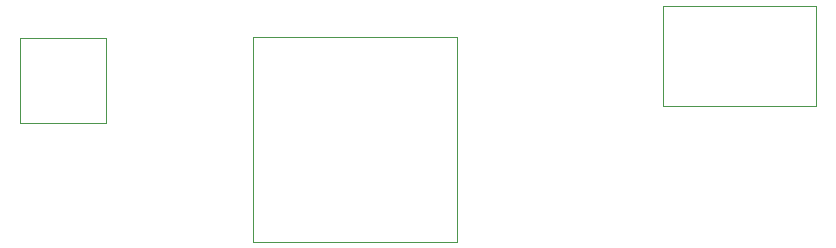
<source format=gbr>
G04*
G04 #@! TF.GenerationSoftware,Altium Limited,Altium Designer,22.4.2 (48)*
G04*
G04 Layer_Color=32768*
%FSLAX25Y25*%
%MOIN*%
G70*
G04*
G04 #@! TF.SameCoordinates,D4448EEE-889B-48FB-A541-E9576EB43F8F*
G04*
G04*
G04 #@! TF.FilePolarity,Positive*
G04*
G01*
G75*
%ADD58C,0.00394*%
%ADD59C,0.00197*%
D58*
X230709Y367992D02*
X259055D01*
Y396339D01*
X230709D02*
X259055D01*
X230709Y367992D02*
Y396339D01*
D59*
X444941Y373799D02*
Y406988D01*
X495728D01*
Y373799D02*
Y406988D01*
X444941Y373799D02*
X495728D01*
X308113Y328524D02*
Y396673D01*
X376263Y328524D02*
Y396673D01*
X308113Y328524D02*
X376263D01*
X308113Y396673D02*
X376263D01*
M02*

</source>
